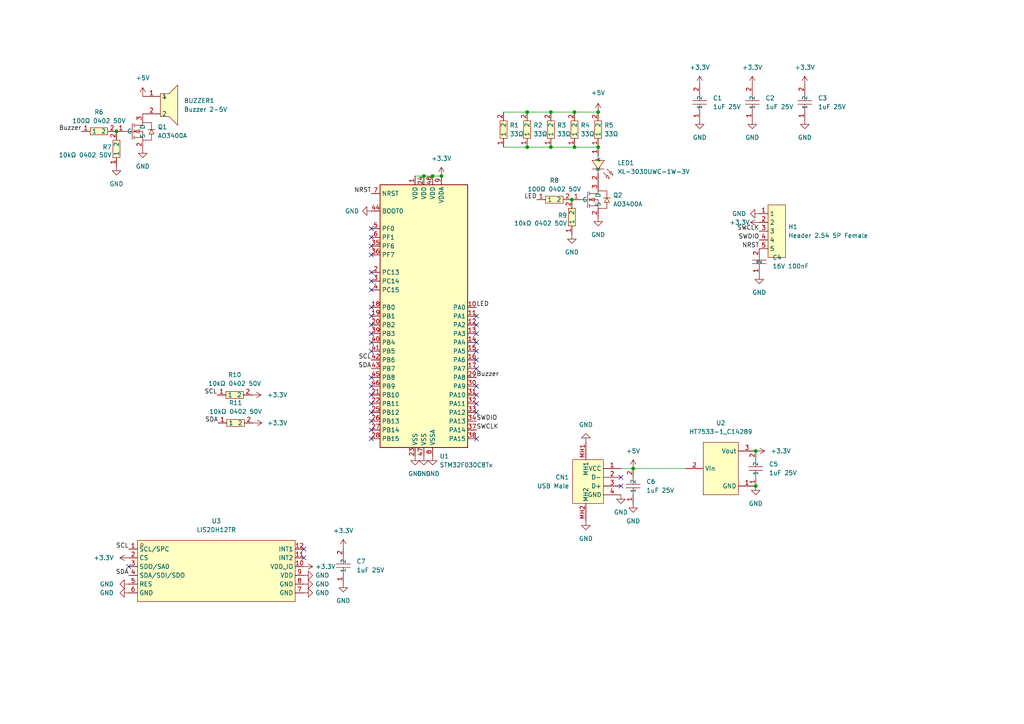
<source format=kicad_sch>
(kicad_sch (version 20211123) (generator eeschema)
  (paper "A4")
  (lib_symbols
    (symbol "MCU_ST_STM32F0:STM32F030C8Tx"
      (property "Reference" "U" (at -12.7 39.37 0))
      (property "Value" "STM32F030C8Tx" (at 7.62 39.37 0))
      (symbol "STM32F030C8Tx_0_1"
        (rectangle (start -12.7 -38.1) (end 12.7 38.1) (stroke (width 0.254)) (fill (type background)))
      )
      (symbol "STM32F030C8Tx_1_1"
        (pin power_in line (at -2.54 40.64 270) (length 2.54) (name "VDD") (number "1"))
        (pin bidirectional line (at 15.24 2.54 180) (length 2.54) (name "PA0") (number "10"))
        (pin bidirectional line (at 15.24 0 180) (length 2.54) (name "PA1") (number "11"))
        (pin bidirectional line (at 15.24 -2.54 180) (length 2.54) (name "PA2") (number "12"))
        (pin bidirectional line (at 15.24 -5.08 180) (length 2.54) (name "PA3") (number "13"))
        (pin bidirectional line (at 15.24 -7.62 180) (length 2.54) (name "PA4") (number "14"))
        (pin bidirectional line (at 15.24 -10.16 180) (length 2.54) (name "PA5") (number "15"))
        (pin bidirectional line (at 15.24 -12.7 180) (length 2.54) (name "PA6") (number "16"))
        (pin bidirectional line (at 15.24 -15.24 180) (length 2.54) (name "PA7") (number "17"))
        (pin bidirectional line (at -15.24 2.54 0) (length 2.54) (name "PB0") (number "18"))
        (pin bidirectional line (at -15.24 0 0) (length 2.54) (name "PB1") (number "19"))
        (pin bidirectional line (at -15.24 12.7 0) (length 2.54) (name "PC13") (number "2"))
        (pin bidirectional line (at -15.24 -2.54 0) (length 2.54) (name "PB2") (number "20"))
        (pin bidirectional line (at -15.24 -22.86 0) (length 2.54) (name "PB10") (number "21"))
        (pin bidirectional line (at -15.24 -25.4 0) (length 2.54) (name "PB11") (number "22"))
        (pin power_in line (at -2.54 -40.64 90) (length 2.54) (name "VSS") (number "23"))
        (pin power_in line (at 0 40.64 270) (length 2.54) (name "VDD") (number "24"))
        (pin bidirectional line (at -15.24 -27.94 0) (length 2.54) (name "PB12") (number "25"))
        (pin bidirectional line (at -15.24 -30.48 0) (length 2.54) (name "PB13") (number "26"))
        (pin bidirectional line (at -15.24 -33.02 0) (length 2.54) (name "PB14") (number "27"))
        (pin bidirectional line (at -15.24 -35.56 0) (length 2.54) (name "PB15") (number "28"))
        (pin bidirectional line (at 15.24 -17.78 180) (length 2.54) (name "PA8") (number "29"))
        (pin bidirectional line (at -15.24 10.16 0) (length 2.54) (name "PC14") (number "3"))
        (pin bidirectional line (at 15.24 -20.32 180) (length 2.54) (name "PA9") (number "30"))
        (pin bidirectional line (at 15.24 -22.86 180) (length 2.54) (name "PA10") (number "31"))
        (pin bidirectional line (at 15.24 -25.4 180) (length 2.54) (name "PA11") (number "32"))
        (pin bidirectional line (at 15.24 -27.94 180) (length 2.54) (name "PA12") (number "33"))
        (pin bidirectional line (at 15.24 -30.48 180) (length 2.54) (name "PA13") (number "34"))
        (pin bidirectional line (at -15.24 20.32 0) (length 2.54) (name "PF6") (number "35"))
        (pin bidirectional line (at -15.24 17.78 0) (length 2.54) (name "PF7") (number "36"))
        (pin bidirectional line (at 15.24 -33.02 180) (length 2.54) (name "PA14") (number "37"))
        (pin bidirectional line (at 15.24 -35.56 180) (length 2.54) (name "PA15") (number "38"))
        (pin bidirectional line (at -15.24 -5.08 0) (length 2.54) (name "PB3") (number "39"))
        (pin bidirectional line (at -15.24 7.62 0) (length 2.54) (name "PC15") (number "4"))
        (pin bidirectional line (at -15.24 -7.62 0) (length 2.54) (name "PB4") (number "40"))
        (pin bidirectional line (at -15.24 -10.16 0) (length 2.54) (name "PB5") (number "41"))
        (pin bidirectional line (at -15.24 -12.7 0) (length 2.54) (name "PB6") (number "42"))
        (pin bidirectional line (at -15.24 -15.24 0) (length 2.54) (name "PB7") (number "43"))
        (pin input line (at -15.24 30.48 0) (length 2.54) (name "BOOT0") (number "44"))
        (pin bidirectional line (at -15.24 -17.78 0) (length 2.54) (name "PB8") (number "45"))
        (pin bidirectional line (at -15.24 -20.32 0) (length 2.54) (name "PB9") (number "46"))
        (pin power_in line (at 0 -40.64 90) (length 2.54) (name "VSS") (number "47"))
        (pin power_in line (at 2.54 40.64 270) (length 2.54) (name "VDD") (number "48"))
        (pin input line (at -15.24 25.4 0) (length 2.54) (name "PF0") (number "5"))
        (pin input line (at -15.24 22.86 0) (length 2.54) (name "PF1") (number "6"))
        (pin input line (at -15.24 35.56 0) (length 2.54) (name "NRST") (number "7"))
        (pin power_in line (at 2.54 -40.64 90) (length 2.54) (name "VSSA") (number "8"))
        (pin power_in line (at 5.08 40.64 270) (length 2.54) (name "VDDA") (number "9"))
      )
    )
    (symbol "easyeda2kicad:100Ω 0402 50V"
      (property "Reference" "R" (at 0 5.08 0))
      (property "Value" "100Ω 0402 50V" (at 0 -5.08 0))
      (symbol "100Ω 0402 50V_0_1"
        (rectangle (start -2.54 1.02) (end 2.54 -1.02) (fill (type background)))
        (pin input line (at -5.08 0 0) (length 2.54) (name "1") (number "1"))
        (pin input line (at 5.08 0 180) (length 2.54) (name "2") (number "2"))
      )
    )
    (symbol "easyeda2kicad:10kΩ 0402 50V"
      (property "Reference" "R" (at 0 5.08 0))
      (property "Value" "10kΩ 0402 50V" (at 0 -5.08 0))
      (symbol "10kΩ 0402 50V_0_1"
        (rectangle (start -2.54 1.02) (end 2.54 -1.02) (fill (type background)))
        (pin input line (at -5.08 0 0) (length 2.54) (name "1") (number "1"))
        (pin input line (at 5.08 0 180) (length 2.54) (name "2") (number "2"))
      )
    )
    (symbol "easyeda2kicad:33Ω 0805 150V"
      (property "Reference" "R" (at 0 5.08 0))
      (property "Value" "33Ω 0805 150V" (at 0 -5.08 0))
      (symbol "33Ω 0805 150V_0_1"
        (rectangle (start -2.54 1.02) (end 2.54 -1.02) (fill (type background)))
        (pin input line (at -5.08 0 0) (length 2.54) (name "1") (number "1"))
        (pin input line (at 5.08 0 180) (length 2.54) (name "2") (number "2"))
      )
    )
    (symbol "easyeda2kicad:AO3400A"
      (property "Reference" "Q" (at 0 10.16 0))
      (property "Value" "AO3400A" (at 0 -10.16 0))
      (symbol "AO3400A_0_1"
        (polyline (pts (xy -2.54 0) (xy -0.51 0)))
        (polyline (pts (xy -0.51 2.29) (xy -0.51 -2.29)))
        (polyline (pts (xy 0 -2.29) (xy 0 -1.27)))
        (polyline (pts (xy 0 -0.51) (xy 0 0.51)))
        (polyline (pts (xy 0 2.29) (xy 0 1.27)))
        (polyline (pts (xy 2.54 -1.78) (xy 0 -1.78)))
        (polyline (pts (xy 0 0) (xy 1.52 -0.51) (xy 1.52 0.51) (xy 0 0)) (fill (type background)))
        (polyline (pts (xy 5.08 0.51) (xy 4.32 -0.76) (xy 5.84 -0.76) (xy 5.08 0.51)) (fill (type background)))
        (polyline (pts (xy 6.1 0.51) (xy 5.59 0.51) (xy 4.57 0.51) (xy 4.06 0.51)))
        (polyline (pts (xy 0 0) (xy 2.54 0) (xy 2.54 -2.54) (xy 5.08 -2.54) (xy 5.08 -0.76)))
        (polyline (pts (xy 0 1.78) (xy 2.54 1.78) (xy 2.54 2.54) (xy 5.08 2.54) (xy 5.08 0.51)))
        (pin unspecified line (at -5.08 0 0) (length 2.54) (name "G") (number "1"))
        (pin unspecified line (at 2.54 -5.08 90) (length 2.54) (name "S") (number "2"))
        (pin unspecified line (at 2.54 5.08 270) (length 2.54) (name "D") (number "3"))
      )
    )
    (symbol "easyeda2kicad:Buzzer 2-5V"
      (property "Reference" "BUZZER" (at 0 7.62 0))
      (property "Value" "Buzzer 2-5V" (at 0 -7.62 0))
      (symbol "Buzzer 2-5V_0_1"
        (polyline (pts (xy 0.76 2.29) (xy 1.78 2.29)))
        (polyline (pts (xy 1.27 2.79) (xy 1.27 1.78)))
        (polyline (pts (xy 0 1.78) (xy 0 -3.3) (xy 2.54 -3.3) (xy 5.08 -5.84) (xy 5.08 5.84) (xy 2.54 3.3) (xy 0 3.3) (xy 0 1.78)) (fill (type background)))
        (pin unspecified line (at -5.08 2.54 0) (length 5.08) (name "1") (number "1"))
        (pin unspecified line (at -5.08 -2.54 0) (length 5.08) (name "2") (number "2"))
      )
    )
    (symbol "easyeda2kicad:CL05A105KA5NQNC"
      (property "Reference" "C" (at 0 5.08 0))
      (property "Value" "CL05A105KA5NQNC" (at 0 -5.08 0))
      (symbol "CL05A105KA5NQNC_0_1"
        (polyline (pts (xy -0.51 -2.03) (xy -0.51 2.03)))
        (polyline (pts (xy -0.51 0) (xy -2.54 0)))
        (polyline (pts (xy 0.51 2.03) (xy 0.51 -2.03)))
        (polyline (pts (xy 2.54 0) (xy 0.51 0)))
        (pin unspecified line (at -5.08 0 0) (length 2.54) (name "1") (number "1"))
        (pin unspecified line (at 5.08 0 180) (length 2.54) (name "2") (number "2"))
      )
    )
    (symbol "easyeda2kicad:CL05B104KO5NNNC"
      (property "Reference" "C" (at 0 5.08 0))
      (property "Value" "CL05B104KO5NNNC" (at 0 -5.08 0))
      (symbol "CL05B104KO5NNNC_0_1"
        (polyline (pts (xy -1.27 0) (xy -0.51 0)))
        (polyline (pts (xy -0.51 2.03) (xy -0.51 -2.03)))
        (polyline (pts (xy 0.51 0) (xy 1.27 0)))
        (polyline (pts (xy 0.51 2.03) (xy 0.51 -2.03)))
        (pin input line (at -3.81 0 0) (length 2.54) (name "1") (number "1"))
        (pin input line (at 3.81 0 180) (length 2.54) (name "2") (number "2"))
      )
    )
    (symbol "easyeda2kicad:HT7533-1_C14289"
      (property "Reference" "U" (at 0 10.16 0))
      (property "Value" "HT7533-1_C14289" (at 0 -10.16 0))
      (symbol "HT7533-1_C14289_0_1"
        (rectangle (start -5.08 7.62) (end 5.08 -7.62) (fill (type background)))
        (pin unspecified line (at 10.16 -5.08 180) (length 5.08) (name "GND") (number "1"))
        (pin unspecified line (at -10.16 0 0) (length 5.08) (name "Vin") (number "2"))
        (pin unspecified line (at 10.16 5.08 180) (length 5.08) (name "Vout") (number "3"))
      )
    )
    (symbol "easyeda2kicad:Header 2.54 5P Female"
      (property "Reference" "H" (at 0 10.16 0))
      (property "Value" "Header 2.54 5P Female" (at 0 -10.16 0))
      (symbol "Header 2.54 5P Female_0_1"
        (rectangle (start -1.27 7.62) (end 3.81 -7.62) (fill (type background)))
        (pin input line (at -3.81 5.08 0) (length 2.54) (name "1") (number "1"))
        (pin input line (at -3.81 2.54 0) (length 2.54) (name "2") (number "2"))
        (pin input line (at -3.81 0 0) (length 2.54) (name "3") (number "3"))
        (pin input line (at -3.81 -2.54 0) (length 2.54) (name "4") (number "4"))
        (pin input line (at -3.81 -5.08 0) (length 2.54) (name "5") (number "5"))
      )
    )
    (symbol "easyeda2kicad:LIS2DH12TR"
      (property "Reference" "U" (at 0 11.43 0))
      (property "Value" "LIS2DH12TR" (at 0 -11.43 0))
      (symbol "LIS2DH12TR_0_1"
        (rectangle (start -22.86 8.89) (end 22.86 -8.89) (fill (type background)))
        (circle (center -21.59 7.62) (radius 0.38))
        (pin unspecified line (at -25.4 6.35 0) (length 2.54) (name "SCL/SPC") (number "1"))
        (pin unspecified line (at 25.4 1.27 180) (length 2.54) (name "VDD_IO") (number "10"))
        (pin unspecified line (at 25.4 3.81 180) (length 2.54) (name "INT2") (number "11"))
        (pin unspecified line (at 25.4 6.35 180) (length 2.54) (name "INT1") (number "12"))
        (pin unspecified line (at -25.4 3.81 0) (length 2.54) (name "CS") (number "2"))
        (pin unspecified line (at -25.4 1.27 0) (length 2.54) (name "SDO/SA0") (number "3"))
        (pin unspecified line (at -25.4 -1.27 0) (length 2.54) (name "SDA/SDI/SDO") (number "4"))
        (pin unspecified line (at -25.4 -3.81 0) (length 2.54) (name "RES") (number "5"))
        (pin unspecified line (at -25.4 -6.35 0) (length 2.54) (name "GND") (number "6"))
        (pin unspecified line (at 25.4 -6.35 180) (length 2.54) (name "GND") (number "7"))
        (pin unspecified line (at 25.4 -3.81 180) (length 2.54) (name "GND") (number "8"))
        (pin unspecified line (at 25.4 -1.27 180) (length 2.54) (name "VDD") (number "9"))
      )
    )
    (symbol "easyeda2kicad:USB Male"
      (property "Reference" "CN" (at 0 17.78 0))
      (property "Value" "USB Male" (at 0 -15.24 0))
      (symbol "USB Male_0_1"
        (rectangle (start -6.35 7.62) (end 2.54 -5.08) (fill (type background)))
        (pin input line (at 7.62 5.08 180) (length 5.08) (name "VCC") (number "1"))
        (pin input line (at 7.62 2.54 180) (length 5.08) (name "D-") (number "2"))
        (pin input line (at 7.62 0 180) (length 5.08) (name "D+") (number "3"))
        (pin input line (at 7.62 -2.54 180) (length 5.08) (name "GND") (number "4"))
        (pin unspecified line (at -2.54 12.7 270) (length 5.08) (name "MH1") (number "MH1"))
        (pin unspecified line (at -2.54 -10.16 90) (length 5.08) (name "MH2") (number "MH2"))
      )
    )
    (symbol "easyeda2kicad:XL-3030UWC-1W-3V"
      (property "Reference" "LED" (at 0 5.08 0))
      (property "Value" "XL-3030UWC-1W-3V" (at 0 -5.08 0))
      (symbol "XL-3030UWC-1W-3V_0_1"
        (polyline (pts (xy -2.54 0) (xy -1.27 0)))
        (polyline (pts (xy 1.27 0) (xy 2.54 0)))
        (polyline (pts (xy 1.27 1.78) (xy 1.27 -1.78)))
        (polyline (pts (xy 1.27 2.54) (xy 2.29 3.56) (xy 1.27 2.54)) (fill (type background)))
        (polyline (pts (xy 2.29 1.52) (xy 3.3 2.54) (xy 2.29 1.52)) (fill (type background)))
        (polyline (pts (xy -1.27 1.78) (xy 1.27 0) (xy -1.27 -1.78) (xy -1.27 1.78)) (fill (type background)))
        (polyline (pts (xy 3.05 4.32) (xy 2.03 3.81) (xy 2.54 3.3) (xy 3.05 4.32)) (fill (type background)))
        (polyline (pts (xy 4.06 3.3) (xy 3.05 2.79) (xy 3.56 2.29) (xy 4.06 3.3)) (fill (type background)))
        (pin unspecified line (at -5.08 0 0) (length 2.54) (name "A") (number "1"))
        (pin unspecified line (at 5.08 0 180) (length 2.54) (name "K") (number "2"))
      )
    )
    (symbol "power:+3.3V" (power) (pin_names (offset 0))
      (property "Value" "+3.3V" (at 0 3.556 0))
      (symbol "+3.3V_0_1"
        (polyline (pts (xy -0.762 1.27) (xy 0 2.54)))
        (polyline (pts (xy 0 0) (xy 0 2.54)))
        (polyline (pts (xy 0 2.54) (xy 0.762 1.27)))
      )
      (symbol "+3.3V_1_1"
        (pin power_in line (at 0 0 90) (length 0) hide (name "+3.3V") (number "1"))
      )
    )
    (symbol "power:+5V" (power) (pin_names (offset 0))
      (property "Value" "+5V" (at 0 3.556 0))
      (symbol "+5V_0_1"
        (polyline (pts (xy -0.762 1.27) (xy 0 2.54)))
        (polyline (pts (xy 0 0) (xy 0 2.54)))
        (polyline (pts (xy 0 2.54) (xy 0.762 1.27)))
      )
      (symbol "+5V_1_1"
        (pin power_in line (at 0 0 90) (length 0) hide (name "+5V") (number "1"))
      )
    )
    (symbol "power:GND" (power) (pin_names (offset 0))
      (property "Value" "GND" (at 0 -3.81 0))
      (symbol "GND_0_1"
        (polyline (pts (xy 0 0) (xy 0 -1.27) (xy 1.27 -1.27) (xy 0 -2.54) (xy -1.27 -1.27) (xy 0 -1.27)))
      )
      (symbol "GND_1_1"
        (pin power_in line (at 0 0 270) (length 0) hide (name "GND") (number "1"))
      )
    )
  )
  (junction (at 166.624 32.512))
  (junction (at 219.202 130.81))
  (junction (at 152.908 42.672))
  (junction (at 128.016 51.054))
  (junction (at 173.482 42.672))
  (junction (at 159.766 42.672))
  (junction (at 166.624 42.672))
  (junction (at 122.936 51.054))
  (junction (at 183.642 135.89))
  (junction (at 219.202 140.97))
  (junction (at 152.908 32.512))
  (junction (at 173.482 32.512))
  (junction (at 165.862 57.912))
  (junction (at 125.476 51.054))
  (junction (at 159.766 32.512))
  (junction (at 33.782 38.1))
  (no_connect (at 180.086 140.97))
  (no_connect (at 107.696 99.314))
  (no_connect (at 107.696 84.074))
  (no_connect (at 138.176 94.234))
  (no_connect (at 107.696 94.234))
  (no_connect (at 107.696 117.094))
  (no_connect (at 138.176 91.694))
  (no_connect (at 138.176 99.314))
  (no_connect (at 88.138 159.258))
  (no_connect (at 107.696 124.714))
  (no_connect (at 138.176 119.634))
  (no_connect (at 107.696 81.534))
  (no_connect (at 107.696 114.554))
  (no_connect (at 37.338 164.338))
  (no_connect (at 107.696 68.834))
  (no_connect (at 107.696 91.694))
  (no_connect (at 107.696 122.174))
  (no_connect (at 138.176 114.554))
  (no_connect (at 138.176 104.394))
  (no_connect (at 107.696 101.854))
  (no_connect (at 107.696 78.994))
  (no_connect (at 107.696 127.254))
  (no_connect (at 180.086 138.43))
  (no_connect (at 138.176 117.094))
  (no_connect (at 107.696 89.154))
  (no_connect (at 138.176 96.774))
  (no_connect (at 107.696 112.014))
  (no_connect (at 107.696 119.634))
  (no_connect (at 107.696 66.294))
  (no_connect (at 107.696 96.774))
  (no_connect (at 138.176 101.854))
  (no_connect (at 107.696 109.474))
  (no_connect (at 138.176 112.014))
  (no_connect (at 138.176 127.254))
  (no_connect (at 107.696 73.914))
  (no_connect (at 107.696 71.374))
  (no_connect (at 138.176 106.934))
  (no_connect (at 88.138 161.798))
  (wire (pts (xy 152.908 42.672) (xy 159.766 42.672)))
  (wire (pts (xy 183.642 135.89) (xy 198.882 135.89)))
  (wire (pts (xy 146.05 42.672) (xy 152.908 42.672)))
  (wire (pts (xy 120.396 51.054) (xy 122.936 51.054)))
  (wire (pts (xy 166.624 42.672) (xy 173.482 42.672)))
  (wire (pts (xy 159.766 32.512) (xy 166.624 32.512)))
  (wire (pts (xy 146.05 32.512) (xy 152.908 32.512)))
  (wire (pts (xy 166.624 32.512) (xy 173.482 32.512)))
  (wire (pts (xy 152.908 32.512) (xy 159.766 32.512)))
  (wire (pts (xy 159.766 42.672) (xy 166.624 42.672)))
  (wire (pts (xy 122.936 51.054) (xy 125.476 51.054)))
  (wire (pts (xy 125.476 51.054) (xy 128.016 51.054)))
  (wire (pts (xy 180.086 135.89) (xy 183.642 135.89)))
  (label "Buzzer" (at 23.622 38.1 180))
  (label "SWCLK" (at 138.176 124.714 0))
  (label "SWCLK" (at 220.218 67.056 180))
  (label "NRST" (at 107.696 56.134 180))
  (label "LED" (at 155.702 57.912 180))
  (label "SWDIO" (at 220.218 69.596 180))
  (label "SDA" (at 107.696 106.934 180))
  (label "SDA" (at 63.246 122.682 180))
  (label "SCL" (at 107.696 104.394 180))
  (label "SCL" (at 62.992 114.554 180))
  (label "SWDIO" (at 138.176 122.174 0))
  (label "NRST" (at 220.218 72.136 180))
  (label "Buzzer" (at 138.176 109.474 0))
  (label "SDA" (at 37.338 166.878 180))
  (label "LED" (at 138.176 89.154 0))
  (label "SCL" (at 37.338 159.258 180))
  (symbol (lib_id "easyeda2kicad:CL05A105KA5NQNC") (at 219.202 135.89 90) (unit 1)
    (property "Reference" "C5" (at 223.012 134.6199 90) (effects (justify right)))
    (property "Value" "1uF 25V" (at 223.012 137.1599 90) (effects (justify right)))
    (property "Footprint" "easyeda2kicad:C0402" (effects hide))
    (property "Datasheet" "https://lcsc.com/product-detail/Multilayer-Ceramic-Capacitors-MLCC-SMD-SMT_SAMSUNG_CL05A105KA5NQNC_1uF-105-10-25V_C52923.html" (effects hide))
    (property "Manufacturer" "SAMSUNG(三星)" (effects hide))
    (property "LCSC Part" "C52923" (effects hide))
    (property "JLC Part" "Basic Part" (effects hide))
  )
  (symbol (lib_id "easyeda2kicad:CL05A105KA5NQNC") (at 99.568 164.084 90) (unit 1)
    (property "Reference" "C7" (at 103.378 162.8139 90) (effects (justify right)))
    (property "Value" "1uF 25V" (at 103.378 165.3539 90) (effects (justify right)))
    (property "Footprint" "easyeda2kicad:C0402" (effects hide))
    (property "Datasheet" "https://lcsc.com/product-detail/Multilayer-Ceramic-Capacitors-MLCC-SMD-SMT_SAMSUNG_CL05A105KA5NQNC_1uF-105-10-25V_C52923.html" (effects hide))
    (property "Manufacturer" "SAMSUNG(三星)" (effects hide))
    (property "LCSC Part" "C52923" (effects hide))
    (property "JLC Part" "Basic Part" (effects hide))
  )
  (symbol (lib_id "easyeda2kicad:AO3400A") (at 38.862 38.1 0) (unit 1)
    (property "Reference" "Q1" (at 45.72 36.8299 0) (effects (justify left)))
    (property "Value" "AO3400A" (at 45.72 39.3699 0) (effects (justify left)))
    (property "Footprint" "easyeda2kicad:SOT-23-3_L2.9-W1.6-P1.90-LS2.8-BR" (effects hide))
    (property "Datasheet" "https://lcsc.com/product-detail/MOSFET_AOS_AO3400A_AO3400A_C20917.html" (effects hide))
    (property "Manufacturer" "AOS" (effects hide))
    (property "LCSC Part" "C20917" (effects hide))
    (property "JLC Part" "Basic Part" (effects hide))
  )
  (symbol (lib_id "power:+3.3V") (at 73.406 122.682 270) (unit 1)
    (property "Reference" "#PWR019" (effects hide))
    (property "Value" "+3.3V" (at 77.47 122.6819 90) (effects (justify left)))
  )
  (symbol (lib_id "power:+3.3V") (at 99.568 159.004 0) (unit 1)
    (property "Reference" "#PWR030" (effects hide))
    (property "Value" "+3.3V" (at 99.568 153.924 0))
  )
  (symbol (lib_id "power:+5V") (at 183.642 135.89 0) (unit 1)
    (property "Reference" "#PWR025" (effects hide))
    (property "Value" "+5V" (at 183.642 130.81 0))
  )
  (symbol (lib_id "power:GND") (at 37.338 171.958 270) (unit 1)
    (property "Reference" "#PWR037" (effects hide))
    (property "Value" "GND" (at 33.02 171.9579 90) (effects (justify right)))
  )
  (symbol (lib_id "power:+3.3V") (at 202.946 24.638 0) (unit 1)
    (property "Reference" "#PWR01" (effects hide))
    (property "Value" "+3.3V" (at 202.946 19.558 0))
  )
  (symbol (lib_id "easyeda2kicad:AO3400A") (at 170.942 57.912 0) (unit 1)
    (property "Reference" "Q2" (at 177.8 56.6419 0) (effects (justify left)))
    (property "Value" "AO3400A" (at 177.8 59.1819 0) (effects (justify left)))
    (property "Footprint" "easyeda2kicad:SOT-23-3_L2.9-W1.6-P1.90-LS2.8-BR" (effects hide))
    (property "Datasheet" "https://lcsc.com/product-detail/MOSFET_AOS_AO3400A_AO3400A_C20917.html" (effects hide))
    (property "Manufacturer" "AOS" (effects hide))
    (property "LCSC Part" "C20917" (effects hide))
    (property "JLC Part" "Basic Part" (effects hide))
  )
  (symbol (lib_id "power:+3.3V") (at 218.186 24.638 0) (unit 1)
    (property "Reference" "#PWR02" (effects hide))
    (property "Value" "+3.3V" (at 218.186 19.558 0))
  )
  (symbol (lib_id "power:GND") (at 33.782 48.26 0) (unit 1)
    (property "Reference" "#PWR010" (effects hide))
    (property "Value" "GND" (at 33.782 53.34 0))
  )
  (symbol (lib_id "power:GND") (at 122.936 132.334 0) (unit 1)
    (property "Reference" "#PWR023" (effects hide))
    (property "Value" "GND" (at 122.936 137.414 0))
  )
  (symbol (lib_id "power:GND") (at 99.568 169.164 0) (unit 1)
    (property "Reference" "#PWR034" (effects hide))
    (property "Value" "GND" (at 99.568 174.244 0))
  )
  (symbol (lib_id "easyeda2kicad:USB Male") (at 172.466 140.97 0) (unit 1)
    (property "Reference" "CN1" (at 165.1 138.4299 0) (effects (justify right)))
    (property "Value" "USB Male" (at 165.1 140.9699 0) (effects (justify right)))
    (property "Footprint" "easyeda2kicad:USB-A-TH_AM90" (effects hide))
    (property "Datasheet" "https://lcsc.com/product-detail/USB-Connectors_A-M-90-VinylPBT-With-a-column-Not-high-temperature_C9739.html" (effects hide))
    (property "Manufacturer" "精拓金" (effects hide))
    (property "LCSC Part" "C9739" (effects hide))
    (property "JLC Part" "Extended Part" (effects hide))
  )
  (symbol (lib_id "power:+3.3V") (at 233.426 24.638 0) (unit 1)
    (property "Reference" "#PWR03" (effects hide))
    (property "Value" "+3.3V" (at 233.426 19.558 0))
  )
  (symbol (lib_id "easyeda2kicad:10kΩ 0402 50V") (at 165.862 62.992 90) (unit 1)
    (property "Reference" "R9" (at 161.798 62.484 90) (effects (justify right)))
    (property "Value" "10kΩ 0402 50V" (at 149.098 64.77 90) (effects (justify right)))
    (property "Footprint" "easyeda2kicad:R0402" (effects hide))
    (property "Datasheet" "https://lcsc.com/product-detail/Chip-Resistor-Surface-Mount-UniOhm_10KR-1002-1_C25744.html" (effects hide))
    (property "Manufacturer" "UNI-ROYAL(厚声)" (effects hide))
    (property "LCSC Part" "C25744" (effects hide))
    (property "JLC Part" "Basic Part" (effects hide))
  )
  (symbol (lib_id "power:GND") (at 120.396 132.334 0) (unit 1)
    (property "Reference" "#PWR022" (effects hide))
    (property "Value" "GND" (at 120.396 137.414 0))
  )
  (symbol (lib_id "power:GND") (at 165.862 68.072 0) (unit 1)
    (property "Reference" "#PWR016" (effects hide))
    (property "Value" "GND" (at 165.862 73.152 0))
  )
  (symbol (lib_id "easyeda2kicad:100Ω 0402 50V") (at 160.782 57.912 0) (unit 1)
    (property "Reference" "R8" (at 160.782 52.324 0))
    (property "Value" "100Ω 0402 50V" (at 160.782 54.864 0))
    (property "Footprint" "easyeda2kicad:R0402" (effects hide))
    (property "Datasheet" "https://lcsc.com/product-detail/Chip-Resistor-Surface-Mount-UniOhm_100R-1000-1_C25076.html" (effects hide))
    (property "Manufacturer" "UNI-ROYAL(厚声)" (effects hide))
    (property "LCSC Part" "C25076" (effects hide))
    (property "JLC Part" "Basic Part" (effects hide))
  )
  (symbol (lib_id "easyeda2kicad:33Ω 0805 150V") (at 152.908 37.592 90) (unit 1)
    (property "Reference" "R2" (at 154.686 36.3219 90) (effects (justify right)))
    (property "Value" "33Ω" (at 154.686 38.8619 90) (effects (justify right)))
    (property "Footprint" "easyeda2kicad:R0805" (effects hide))
    (property "Datasheet" "https://lcsc.com/product-detail/Chip-Resistor-Surface-Mount-UniOhm_33R-33R0-1_C17634.html" (effects hide))
    (property "Manufacturer" "UNI-ROYAL(厚声)" (effects hide))
    (property "LCSC Part" "C17634" (effects hide))
    (property "JLC Part" "Basic Part" (effects hide))
  )
  (symbol (lib_id "power:GND") (at 169.926 151.13 0) (unit 1)
    (property "Reference" "#PWR029" (effects hide))
    (property "Value" "GND" (at 169.926 156.21 0))
  )
  (symbol (lib_id "easyeda2kicad:10kΩ 0402 50V") (at 68.072 114.554 0) (unit 1)
    (property "Reference" "R10" (at 68.072 108.712 0))
    (property "Value" "10kΩ 0402 50V" (at 68.072 111.252 0))
    (property "Footprint" "easyeda2kicad:R0402" (effects hide))
    (property "Datasheet" "https://lcsc.com/product-detail/Chip-Resistor-Surface-Mount-UniOhm_10KR-1002-1_C25744.html" (effects hide))
    (property "Manufacturer" "UNI-ROYAL(厚声)" (effects hide))
    (property "LCSC Part" "C25744" (effects hide))
    (property "JLC Part" "Basic Part" (effects hide))
  )
  (symbol (lib_id "easyeda2kicad:CL05A105KA5NQNC") (at 183.642 140.97 90) (unit 1)
    (property "Reference" "C6" (at 187.452 139.6999 90) (effects (justify right)))
    (property "Value" "1uF 25V" (at 187.452 142.2399 90) (effects (justify right)))
    (property "Footprint" "easyeda2kicad:C0402" (effects hide))
    (property "Datasheet" "https://lcsc.com/product-detail/Multilayer-Ceramic-Capacitors-MLCC-SMD-SMT_SAMSUNG_CL05A105KA5NQNC_1uF-105-10-25V_C52923.html" (effects hide))
    (property "Manufacturer" "SAMSUNG(三星)" (effects hide))
    (property "LCSC Part" "C52923" (effects hide))
    (property "JLC Part" "Basic Part" (effects hide))
  )
  (symbol (lib_id "easyeda2kicad:10kΩ 0402 50V") (at 33.782 43.18 90) (unit 1)
    (property "Reference" "R7" (at 29.718 42.672 90) (effects (justify right)))
    (property "Value" "10kΩ 0402 50V" (at 17.018 44.958 90) (effects (justify right)))
    (property "Footprint" "easyeda2kicad:R0402" (effects hide))
    (property "Datasheet" "https://lcsc.com/product-detail/Chip-Resistor-Surface-Mount-UniOhm_10KR-1002-1_C25744.html" (effects hide))
    (property "Manufacturer" "UNI-ROYAL(厚声)" (effects hide))
    (property "LCSC Part" "C25744" (effects hide))
    (property "JLC Part" "Basic Part" (effects hide))
  )
  (symbol (lib_id "easyeda2kicad:CL05B104KO5NNNC") (at 220.218 75.946 90) (unit 1)
    (property "Reference" "C4" (at 224.028 74.6759 90) (effects (justify right)))
    (property "Value" "16V 100nF" (at 224.028 77.2159 90) (effects (justify right)))
    (property "Footprint" "easyeda2kicad:C0402_NEW" (effects hide))
    (property "Datasheet" "https://lcsc.com/product-detail/Multilayer-Ceramic-Capacitors-MLCC-SMD-SMT_SAMSUNG_CL05B104KO5NNNC_100nF-104-10-16V_C1525.html" (effects hide))
    (property "Manufacturer" "SAMSUNG(三星)" (effects hide))
    (property "LCSC Part" "C1525" (effects hide))
    (property "JLC Part" "Basic Part" (effects hide))
  )
  (symbol (lib_id "power:GND") (at 88.138 166.878 90) (unit 1)
    (property "Reference" "#PWR033" (effects hide))
    (property "Value" "GND" (at 91.44 166.8779 90) (effects (justify right)))
  )
  (symbol (lib_id "easyeda2kicad:100Ω 0402 50V") (at 28.702 38.1 0) (unit 1)
    (property "Reference" "R6" (at 28.702 32.512 0))
    (property "Value" "100Ω 0402 50V" (at 28.702 35.052 0))
    (property "Footprint" "easyeda2kicad:R0402" (effects hide))
    (property "Datasheet" "https://lcsc.com/product-detail/Chip-Resistor-Surface-Mount-UniOhm_100R-1000-1_C25076.html" (effects hide))
    (property "Manufacturer" "UNI-ROYAL(厚声)" (effects hide))
    (property "LCSC Part" "C25076" (effects hide))
    (property "JLC Part" "Basic Part" (effects hide))
  )
  (symbol (lib_id "easyeda2kicad:33Ω 0805 150V") (at 166.624 37.592 90) (unit 1)
    (property "Reference" "R4" (at 168.402 36.3219 90) (effects (justify right)))
    (property "Value" "33Ω" (at 168.402 38.8619 90) (effects (justify right)))
    (property "Footprint" "easyeda2kicad:R0805" (effects hide))
    (property "Datasheet" "https://lcsc.com/product-detail/Chip-Resistor-Surface-Mount-UniOhm_33R-33R0-1_C17634.html" (effects hide))
    (property "Manufacturer" "UNI-ROYAL(厚声)" (effects hide))
    (property "LCSC Part" "C17634" (effects hide))
    (property "JLC Part" "Basic Part" (effects hide))
  )
  (symbol (lib_id "power:GND") (at 173.482 62.992 0) (unit 1)
    (property "Reference" "#PWR014" (effects hide))
    (property "Value" "GND" (at 173.482 68.072 0))
  )
  (symbol (lib_id "easyeda2kicad:33Ω 0805 150V") (at 159.766 37.592 90) (unit 1)
    (property "Reference" "R3" (at 161.544 36.3219 90) (effects (justify right)))
    (property "Value" "33Ω" (at 161.544 38.8619 90) (effects (justify right)))
    (property "Footprint" "easyeda2kicad:R0805" (effects hide))
    (property "Datasheet" "https://lcsc.com/product-detail/Chip-Resistor-Surface-Mount-UniOhm_33R-33R0-1_C17634.html" (effects hide))
    (property "Manufacturer" "UNI-ROYAL(厚声)" (effects hide))
    (property "LCSC Part" "C17634" (effects hide))
    (property "JLC Part" "Basic Part" (effects hide))
  )
  (symbol (lib_id "power:+3.3V") (at 73.152 114.554 270) (unit 1)
    (property "Reference" "#PWR018" (effects hide))
    (property "Value" "+3.3V" (at 77.47 114.5539 90) (effects (justify left)))
  )
  (symbol (lib_id "power:+5V") (at 41.402 27.94 0) (unit 1)
    (property "Reference" "#PWR04" (effects hide))
    (property "Value" "+5V" (at 41.402 22.606 0))
  )
  (symbol (lib_id "power:+3.3V") (at 219.202 130.81 270) (unit 1)
    (property "Reference" "#PWR021" (effects hide))
    (property "Value" "+3.3V" (at 223.52 130.8099 90) (effects (justify left)))
  )
  (symbol (lib_id "power:GND") (at 37.338 169.418 270) (unit 1)
    (property "Reference" "#PWR035" (effects hide))
    (property "Value" "GND" (at 33.02 169.4179 90) (effects (justify right)))
  )
  (symbol (lib_id "power:GND") (at 220.218 61.976 270) (unit 1)
    (property "Reference" "#PWR013" (effects hide))
    (property "Value" "GND" (at 216.408 61.9759 90) (effects (justify right)))
  )
  (symbol (lib_id "power:+3.3V") (at 220.218 64.516 90) (unit 1)
    (property "Reference" "#PWR015" (effects hide))
    (property "Value" "+3.3V" (at 211.582 64.516 90) (effects (justify right)))
  )
  (symbol (lib_id "power:GND") (at 41.402 43.18 0) (unit 1)
    (property "Reference" "#PWR09" (effects hide))
    (property "Value" "GND" (at 41.402 48.26 0))
  )
  (symbol (lib_id "MCU_ST_STM32F0:STM32F030C8Tx") (at 122.936 91.694 0) (unit 1)
    (property "Reference" "U1" (at 127.4954 132.334 0) (effects (justify left)))
    (property "Value" "STM32F030C8Tx" (at 127.4954 134.874 0) (effects (justify left)))
    (property "Footprint" "Package_QFP:LQFP-48_7x7mm_P0.5mm" (effects hide))
    (property "Datasheet" "http://www.st.com/st-web-ui/static/active/en/resource/technical/document/datasheet/DM00088500.pdf" (effects hide))
  )
  (symbol (lib_id "power:GND") (at 169.926 128.27 180) (unit 1)
    (property "Reference" "#PWR020" (effects hide))
    (property "Value" "GND" (at 169.926 123.19 0))
  )
  (symbol (lib_id "easyeda2kicad:Buzzer 2-5V") (at 46.482 30.48 0) (unit 1)
    (property "Reference" "BUZZER1" (at 53.34 29.2099 0) (effects (justify left)))
    (property "Value" "Buzzer 2-5V" (at 53.34 31.7499 0) (effects (justify left)))
    (property "Footprint" "easyeda2kicad:BUZ-TH_BD9.0-P4.00-D0.6-FD" (effects hide))
    (property "Datasheet" "https://lcsc.com/product-detail/Buzzers_BuzzersQMB-09B-03_C96256.html" (effects hide))
    (property "Manufacturer" "华能" (effects hide))
    (property "LCSC Part" "C96256" (effects hide))
    (property "JLC Part" "Extended Part" (effects hide))
  )
  (symbol (lib_id "power:GND") (at 88.138 169.418 90) (unit 1)
    (property "Reference" "#PWR036" (effects hide))
    (property "Value" "GND" (at 91.44 169.4179 90) (effects (justify right)))
  )
  (symbol (lib_id "power:+5V") (at 173.482 32.512 0) (unit 1)
    (property "Reference" "#PWR05" (effects hide))
    (property "Value" "+5V" (at 173.482 26.924 0))
  )
  (symbol (lib_id "easyeda2kicad:XL-3030UWC-1W-3V") (at 173.482 47.752 270) (unit 1)
    (property "Reference" "LED1" (at 179.07 47.2419 90) (effects (justify left)))
    (property "Value" "XL-3030UWC-1W-3V" (at 179.07 49.7819 90) (effects (justify left)))
    (property "Footprint" "easyeda2kicad:LED-SMD_L3.0-W3.0_WHITE" (effects hide))
    (property "Manufacturer" "XINGLIGHT(成兴光)" (effects hide))
    (property "LCSC Part" "C2843891" (effects hide))
    (property "JLC Part" "Extended Part" (effects hide))
  )
  (symbol (lib_id "easyeda2kicad:CL05A105KA5NQNC") (at 202.946 29.718 90) (unit 1)
    (property "Reference" "C1" (at 206.756 28.4479 90) (effects (justify right)))
    (property "Value" "1uF 25V" (at 206.756 30.9879 90) (effects (justify right)))
    (property "Footprint" "easyeda2kicad:C0402" (effects hide))
    (property "Datasheet" "https://lcsc.com/product-detail/Multilayer-Ceramic-Capacitors-MLCC-SMD-SMT_SAMSUNG_CL05A105KA5NQNC_1uF-105-10-25V_C52923.html" (effects hide))
    (property "Manufacturer" "SAMSUNG(三星)" (effects hide))
    (property "LCSC Part" "C52923" (effects hide))
    (property "JLC Part" "Basic Part" (effects hide))
  )
  (symbol (lib_id "power:+3.3V") (at 128.016 51.054 0) (unit 1)
    (property "Reference" "#PWR011" (effects hide))
    (property "Value" "+3.3V" (at 128.016 45.974 0))
  )
  (symbol (lib_id "easyeda2kicad:33Ω 0805 150V") (at 146.05 37.592 90) (unit 1)
    (property "Reference" "R1" (at 147.828 36.3219 90) (effects (justify right)))
    (property "Value" "33Ω" (at 147.828 38.8619 90) (effects (justify right)))
    (property "Footprint" "easyeda2kicad:R0805" (effects hide))
    (property "Datasheet" "https://lcsc.com/product-detail/Chip-Resistor-Surface-Mount-UniOhm_33R-33R0-1_C17634.html" (effects hide))
    (property "Manufacturer" "UNI-ROYAL(厚声)" (effects hide))
    (property "LCSC Part" "C17634" (effects hide))
    (property "JLC Part" "Basic Part" (effects hide))
  )
  (symbol (lib_id "power:GND") (at 183.642 146.05 0) (unit 1)
    (property "Reference" "#PWR028" (effects hide))
    (property "Value" "GND" (at 183.642 151.13 0))
  )
  (symbol (lib_id "power:GND") (at 125.476 132.334 0) (unit 1)
    (property "Reference" "#PWR024" (effects hide))
    (property "Value" "GND" (at 125.476 137.414 0))
  )
  (symbol (lib_id "easyeda2kicad:LIS2DH12TR") (at 62.738 165.608 0) (unit 1)
    (property "Reference" "U3" (at 62.738 151.13 0))
    (property "Value" "LIS2DH12TR" (at 62.738 153.67 0))
    (property "Footprint" "easyeda2kicad:LGA-12_L2.0-W2.0-P0.50-BL" (effects hide))
    (property "Datasheet" "https://lcsc.com/product-detail/Motion-Sensors-Accelerometers_STMicroelectronics_LIS2DH12TR_STMicroelectronics-LIS2DH12TR_C110926.html" (effects hide))
    (property "Manufacturer" "ST(意法半导体)" (effects hide))
    (property "LCSC Part" "C110926" (effects hide))
    (property "JLC Part" "Extended Part" (effects hide))
  )
  (symbol (lib_id "easyeda2kicad:CL05A105KA5NQNC") (at 218.186 29.718 90) (unit 1)
    (property "Reference" "C2" (at 221.996 28.4479 90) (effects (justify right)))
    (property "Value" "1uF 25V" (at 221.996 30.9879 90) (effects (justify right)))
    (property "Footprint" "easyeda2kicad:C0402" (effects hide))
    (property "Datasheet" "https://lcsc.com/product-detail/Multilayer-Ceramic-Capacitors-MLCC-SMD-SMT_SAMSUNG_CL05A105KA5NQNC_1uF-105-10-25V_C52923.html" (effects hide))
    (property "Manufacturer" "SAMSUNG(三星)" (effects hide))
    (property "LCSC Part" "C52923" (effects hide))
    (property "JLC Part" "Basic Part" (effects hide))
  )
  (symbol (lib_id "power:GND") (at 202.946 34.798 0) (unit 1)
    (property "Reference" "#PWR06" (effects hide))
    (property "Value" "GND" (at 202.946 39.878 0))
  )
  (symbol (lib_id "power:GND") (at 233.426 34.798 0) (unit 1)
    (property "Reference" "#PWR08" (effects hide))
    (property "Value" "GND" (at 233.426 39.878 0))
  )
  (symbol (lib_id "easyeda2kicad:HT7533-1_C14289") (at 209.042 135.89 0) (unit 1)
    (property "Reference" "U2" (at 209.042 122.682 0))
    (property "Value" "HT7533-1_C14289" (at 209.042 125.222 0))
    (property "Footprint" "easyeda2kicad:SOT-89-3_L4.5-W2.5-P1.50-LS4.2-BR" (effects hide))
    (property "Datasheet" "https://lcsc.com/product-detail/Low-Dropout-Regulators-LDO_HT7533-1_C14289.html" (effects hide))
    (property "Manufacturer" "HOLTEK(合泰/盛群)" (effects hide))
    (property "LCSC Part" "C14289" (effects hide))
    (property "JLC Part" "Basic Part" (effects hide))
  )
  (symbol (lib_id "easyeda2kicad:Header 2.54 5P Female") (at 224.028 67.056 0) (unit 1)
    (property "Reference" "H1" (at 228.6 65.7859 0) (effects (justify left)))
    (property "Value" "Header 2.54 5P Female" (at 228.6 68.3259 0) (effects (justify left)))
    (property "Footprint" "easyeda2kicad:HDR-TH_5P-P2.54-V-F" (effects hide))
    (property "Datasheet" "https://lcsc.com/product-detail/Female-Header_2-54mm-1-5p-Female-header_C50950.html" (effects hide))
    (property "Manufacturer" "BOOMELE(博穆精密)" (effects hide))
    (property "LCSC Part" "C50950" (effects hide))
    (property "JLC Part" "Extended Part" (effects hide))
  )
  (symbol (lib_id "easyeda2kicad:CL05A105KA5NQNC") (at 233.426 29.718 90) (unit 1)
    (property "Reference" "C3" (at 237.236 28.4479 90) (effects (justify right)))
    (property "Value" "1uF 25V" (at 237.236 30.9879 90) (effects (justify right)))
    (property "Footprint" "easyeda2kicad:C0402" (effects hide))
    (property "Datasheet" "https://lcsc.com/product-detail/Multilayer-Ceramic-Capacitors-MLCC-SMD-SMT_SAMSUNG_CL05A105KA5NQNC_1uF-105-10-25V_C52923.html" (effects hide))
    (property "Manufacturer" "SAMSUNG(三星)" (effects hide))
    (property "LCSC Part" "C52923" (effects hide))
    (property "JLC Part" "Basic Part" (effects hide))
  )
  (symbol (lib_id "power:+3.3V") (at 37.338 161.798 90) (unit 1)
    (property "Reference" "#PWR031" (effects hide))
    (property "Value" "+3.3V" (at 33.02 161.7979 90) (effects (justify left)))
  )
  (symbol (lib_id "power:+3.3V") (at 88.138 164.338 270) (unit 1)
    (property "Reference" "#PWR032" (effects hide))
    (property "Value" "+3.3V" (at 91.44 164.3379 90) (effects (justify left)))
  )
  (symbol (lib_id "power:GND") (at 88.138 171.958 90) (unit 1)
    (property "Reference" "#PWR038" (effects hide))
    (property "Value" "GND" (at 91.44 171.9579 90) (effects (justify right)))
  )
  (symbol (lib_id "easyeda2kicad:10kΩ 0402 50V") (at 68.326 122.682 0) (unit 1)
    (property "Reference" "R11" (at 68.326 116.84 0))
    (property "Value" "10kΩ 0402 50V" (at 68.326 119.38 0))
    (property "Footprint" "easyeda2kicad:R0402" (effects hide))
    (property "Datasheet" "https://lcsc.com/product-detail/Chip-Resistor-Surface-Mount-UniOhm_10KR-1002-1_C25744.html" (effects hide))
    (property "Manufacturer" "UNI-ROYAL(厚声)" (effects hide))
    (property "LCSC Part" "C25744" (effects hide))
    (property "JLC Part" "Basic Part" (effects hide))
  )
  (symbol (lib_id "power:GND") (at 218.186 34.798 0) (unit 1)
    (property "Reference" "#PWR07" (effects hide))
    (property "Value" "GND" (at 218.186 39.878 0))
  )
  (symbol (lib_id "power:GND") (at 180.086 143.51 0) (unit 1)
    (property "Reference" "#PWR027" (effects hide))
    (property "Value" "GND" (at 180.086 148.59 0))
  )
  (symbol (lib_id "power:GND") (at 107.696 61.214 270) (unit 1)
    (property "Reference" "#PWR012" (effects hide))
    (property "Value" "GND" (at 104.14 61.2139 90) (effects (justify right)))
  )
  (symbol (lib_id "power:GND") (at 220.218 79.756 0) (unit 1)
    (property "Reference" "#PWR017" (effects hide))
    (property "Value" "GND" (at 220.218 84.836 0))
  )
  (symbol (lib_id "easyeda2kicad:33Ω 0805 150V") (at 173.482 37.592 90) (unit 1)
    (property "Reference" "R5" (at 175.26 36.3219 90) (effects (justify right)))
    (property "Value" "33Ω" (at 175.26 38.8619 90) (effects (justify right)))
    (property "Footprint" "easyeda2kicad:R0805" (effects hide))
    (property "Datasheet" "https://lcsc.com/product-detail/Chip-Resistor-Surface-Mount-UniOhm_33R-33R0-1_C17634.html" (effects hide))
    (property "Manufacturer" "UNI-ROYAL(厚声)" (effects hide))
    (property "LCSC Part" "C17634" (effects hide))
    (property "JLC Part" "Basic Part" (effects hide))
  )
  (symbol (lib_id "power:GND") (at 219.202 140.97 0) (unit 1)
    (property "Reference" "#PWR026" (effects hide))
    (property "Value" "GND" (at 219.202 146.05 0))
  )
)
</source>
